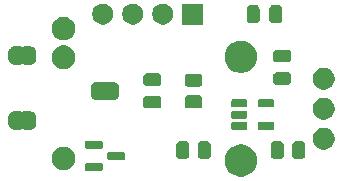
<source format=gbr>
%TF.GenerationSoftware,KiCad,Pcbnew,9.0.3*%
%TF.CreationDate,2025-07-12T05:08:50-07:00*%
%TF.ProjectId,biased-CV-input,62696173-6564-42d4-9356-2d696e707574,rev?*%
%TF.SameCoordinates,Original*%
%TF.FileFunction,Soldermask,Top*%
%TF.FilePolarity,Negative*%
%FSLAX46Y46*%
G04 Gerber Fmt 4.6, Leading zero omitted, Abs format (unit mm)*
G04 Created by KiCad (PCBNEW 9.0.3) date 2025-07-12 05:08:50*
%MOMM*%
%LPD*%
G01*
G04 APERTURE LIST*
G04 APERTURE END LIST*
G36*
X126322013Y-73060758D02*
G01*
X126526693Y-73127262D01*
X126718450Y-73224967D01*
X126892561Y-73351466D01*
X127044740Y-73503645D01*
X127171239Y-73677756D01*
X127268944Y-73869513D01*
X127335448Y-74074193D01*
X127369115Y-74286756D01*
X127369115Y-74501970D01*
X127335448Y-74714533D01*
X127268944Y-74919213D01*
X127171239Y-75110970D01*
X127044740Y-75285081D01*
X126892561Y-75437260D01*
X126718450Y-75563759D01*
X126526693Y-75661464D01*
X126322013Y-75727968D01*
X126109450Y-75761635D01*
X125894236Y-75761635D01*
X125681673Y-75727968D01*
X125476993Y-75661464D01*
X125285236Y-75563759D01*
X125111125Y-75437260D01*
X124958946Y-75285081D01*
X124832447Y-75110970D01*
X124734742Y-74919213D01*
X124668238Y-74714533D01*
X124634571Y-74501970D01*
X124634571Y-74286756D01*
X124668238Y-74074193D01*
X124734742Y-73869513D01*
X124832447Y-73677756D01*
X124958946Y-73503645D01*
X125111125Y-73351466D01*
X125285236Y-73224967D01*
X125476993Y-73127262D01*
X125681673Y-73060758D01*
X125894236Y-73027091D01*
X126109450Y-73027091D01*
X126322013Y-73060758D01*
G37*
G36*
X114221944Y-74626311D02*
G01*
X114282936Y-74667064D01*
X114323689Y-74728056D01*
X114338000Y-74800000D01*
X114338000Y-75100000D01*
X114323689Y-75171944D01*
X114282936Y-75232936D01*
X114221944Y-75273689D01*
X114150000Y-75288000D01*
X112975000Y-75288000D01*
X112903056Y-75273689D01*
X112842064Y-75232936D01*
X112801311Y-75171944D01*
X112787000Y-75100000D01*
X112787000Y-74800000D01*
X112801311Y-74728056D01*
X112842064Y-74667064D01*
X112903056Y-74626311D01*
X112975000Y-74612000D01*
X114150000Y-74612000D01*
X114221944Y-74626311D01*
G37*
G36*
X111291214Y-73246997D02*
G01*
X111472905Y-73322257D01*
X111636423Y-73431516D01*
X111775484Y-73570577D01*
X111884743Y-73734095D01*
X111960003Y-73915786D01*
X111998369Y-74108669D01*
X111998369Y-74305331D01*
X111960003Y-74498214D01*
X111884743Y-74679905D01*
X111775484Y-74843423D01*
X111636423Y-74982484D01*
X111472905Y-75091743D01*
X111291214Y-75167003D01*
X111098331Y-75205369D01*
X110901669Y-75205369D01*
X110708786Y-75167003D01*
X110527095Y-75091743D01*
X110363577Y-74982484D01*
X110224516Y-74843423D01*
X110115257Y-74679905D01*
X110039997Y-74498214D01*
X110001631Y-74305331D01*
X110001631Y-74108669D01*
X110039997Y-73915786D01*
X110115257Y-73734095D01*
X110224516Y-73570577D01*
X110363577Y-73431516D01*
X110527095Y-73322257D01*
X110708786Y-73246997D01*
X110901669Y-73208631D01*
X111098331Y-73208631D01*
X111291214Y-73246997D01*
G37*
G36*
X116096944Y-73676311D02*
G01*
X116157936Y-73717064D01*
X116198689Y-73778056D01*
X116213000Y-73850000D01*
X116213000Y-74150000D01*
X116198689Y-74221944D01*
X116157936Y-74282936D01*
X116096944Y-74323689D01*
X116025000Y-74338000D01*
X114850000Y-74338000D01*
X114778056Y-74323689D01*
X114717064Y-74282936D01*
X114676311Y-74221944D01*
X114662000Y-74150000D01*
X114662000Y-73850000D01*
X114676311Y-73778056D01*
X114717064Y-73717064D01*
X114778056Y-73676311D01*
X114850000Y-73662000D01*
X116025000Y-73662000D01*
X116096944Y-73676311D01*
G37*
G36*
X121415938Y-72769650D02*
G01*
X121424871Y-72773594D01*
X121431300Y-72774531D01*
X121471498Y-72794182D01*
X121512759Y-72812401D01*
X121516578Y-72816220D01*
X121516829Y-72816343D01*
X121583656Y-72883170D01*
X121583778Y-72883420D01*
X121587599Y-72887241D01*
X121605822Y-72928512D01*
X121625468Y-72968699D01*
X121626404Y-72975126D01*
X121630350Y-72984062D01*
X121638000Y-73050000D01*
X121638000Y-73950000D01*
X121630350Y-74015938D01*
X121626404Y-74024874D01*
X121625468Y-74031300D01*
X121605826Y-74071477D01*
X121587599Y-74112759D01*
X121583777Y-74116580D01*
X121583656Y-74116829D01*
X121516829Y-74183656D01*
X121516580Y-74183777D01*
X121512759Y-74187599D01*
X121471477Y-74205826D01*
X121431300Y-74225468D01*
X121424874Y-74226404D01*
X121415938Y-74230350D01*
X121350000Y-74238000D01*
X120825000Y-74238000D01*
X120759062Y-74230350D01*
X120750126Y-74226404D01*
X120743699Y-74225468D01*
X120703512Y-74205822D01*
X120662241Y-74187599D01*
X120658420Y-74183778D01*
X120658170Y-74183656D01*
X120591343Y-74116829D01*
X120591220Y-74116578D01*
X120587401Y-74112759D01*
X120569182Y-74071498D01*
X120549531Y-74031300D01*
X120548594Y-74024871D01*
X120544650Y-74015938D01*
X120537000Y-73950000D01*
X120537000Y-73050000D01*
X120544650Y-72984062D01*
X120548594Y-72975129D01*
X120549531Y-72968699D01*
X120569186Y-72928491D01*
X120587401Y-72887241D01*
X120591219Y-72883422D01*
X120591343Y-72883170D01*
X120658170Y-72816343D01*
X120658422Y-72816219D01*
X120662241Y-72812401D01*
X120703491Y-72794186D01*
X120743699Y-72774531D01*
X120750129Y-72773594D01*
X120759062Y-72769650D01*
X120825000Y-72762000D01*
X121350000Y-72762000D01*
X121415938Y-72769650D01*
G37*
G36*
X123240938Y-72769650D02*
G01*
X123249871Y-72773594D01*
X123256300Y-72774531D01*
X123296498Y-72794182D01*
X123337759Y-72812401D01*
X123341578Y-72816220D01*
X123341829Y-72816343D01*
X123408656Y-72883170D01*
X123408778Y-72883420D01*
X123412599Y-72887241D01*
X123430822Y-72928512D01*
X123450468Y-72968699D01*
X123451404Y-72975126D01*
X123455350Y-72984062D01*
X123463000Y-73050000D01*
X123463000Y-73950000D01*
X123455350Y-74015938D01*
X123451404Y-74024874D01*
X123450468Y-74031300D01*
X123430826Y-74071477D01*
X123412599Y-74112759D01*
X123408777Y-74116580D01*
X123408656Y-74116829D01*
X123341829Y-74183656D01*
X123341580Y-74183777D01*
X123337759Y-74187599D01*
X123296477Y-74205826D01*
X123256300Y-74225468D01*
X123249874Y-74226404D01*
X123240938Y-74230350D01*
X123175000Y-74238000D01*
X122650000Y-74238000D01*
X122584062Y-74230350D01*
X122575126Y-74226404D01*
X122568699Y-74225468D01*
X122528512Y-74205822D01*
X122487241Y-74187599D01*
X122483420Y-74183778D01*
X122483170Y-74183656D01*
X122416343Y-74116829D01*
X122416220Y-74116578D01*
X122412401Y-74112759D01*
X122394182Y-74071498D01*
X122374531Y-74031300D01*
X122373594Y-74024871D01*
X122369650Y-74015938D01*
X122362000Y-73950000D01*
X122362000Y-73050000D01*
X122369650Y-72984062D01*
X122373594Y-72975129D01*
X122374531Y-72968699D01*
X122394186Y-72928491D01*
X122412401Y-72887241D01*
X122416219Y-72883422D01*
X122416343Y-72883170D01*
X122483170Y-72816343D01*
X122483422Y-72816219D01*
X122487241Y-72812401D01*
X122528491Y-72794186D01*
X122568699Y-72774531D01*
X122575129Y-72773594D01*
X122584062Y-72769650D01*
X122650000Y-72762000D01*
X123175000Y-72762000D01*
X123240938Y-72769650D01*
G37*
G36*
X129415938Y-72769650D02*
G01*
X129424871Y-72773594D01*
X129431300Y-72774531D01*
X129471498Y-72794182D01*
X129512759Y-72812401D01*
X129516578Y-72816220D01*
X129516829Y-72816343D01*
X129583656Y-72883170D01*
X129583778Y-72883420D01*
X129587599Y-72887241D01*
X129605822Y-72928512D01*
X129625468Y-72968699D01*
X129626404Y-72975126D01*
X129630350Y-72984062D01*
X129638000Y-73050000D01*
X129638000Y-73950000D01*
X129630350Y-74015938D01*
X129626404Y-74024874D01*
X129625468Y-74031300D01*
X129605826Y-74071477D01*
X129587599Y-74112759D01*
X129583777Y-74116580D01*
X129583656Y-74116829D01*
X129516829Y-74183656D01*
X129516580Y-74183777D01*
X129512759Y-74187599D01*
X129471477Y-74205826D01*
X129431300Y-74225468D01*
X129424874Y-74226404D01*
X129415938Y-74230350D01*
X129350000Y-74238000D01*
X128825000Y-74238000D01*
X128759062Y-74230350D01*
X128750126Y-74226404D01*
X128743699Y-74225468D01*
X128703512Y-74205822D01*
X128662241Y-74187599D01*
X128658420Y-74183778D01*
X128658170Y-74183656D01*
X128591343Y-74116829D01*
X128591220Y-74116578D01*
X128587401Y-74112759D01*
X128569182Y-74071498D01*
X128549531Y-74031300D01*
X128548594Y-74024871D01*
X128544650Y-74015938D01*
X128537000Y-73950000D01*
X128537000Y-73050000D01*
X128544650Y-72984062D01*
X128548594Y-72975129D01*
X128549531Y-72968699D01*
X128569186Y-72928491D01*
X128587401Y-72887241D01*
X128591219Y-72883422D01*
X128591343Y-72883170D01*
X128658170Y-72816343D01*
X128658422Y-72816219D01*
X128662241Y-72812401D01*
X128703491Y-72794186D01*
X128743699Y-72774531D01*
X128750129Y-72773594D01*
X128759062Y-72769650D01*
X128825000Y-72762000D01*
X129350000Y-72762000D01*
X129415938Y-72769650D01*
G37*
G36*
X131240938Y-72769650D02*
G01*
X131249871Y-72773594D01*
X131256300Y-72774531D01*
X131296498Y-72794182D01*
X131337759Y-72812401D01*
X131341578Y-72816220D01*
X131341829Y-72816343D01*
X131408656Y-72883170D01*
X131408778Y-72883420D01*
X131412599Y-72887241D01*
X131430822Y-72928512D01*
X131450468Y-72968699D01*
X131451404Y-72975126D01*
X131455350Y-72984062D01*
X131463000Y-73050000D01*
X131463000Y-73950000D01*
X131455350Y-74015938D01*
X131451404Y-74024874D01*
X131450468Y-74031300D01*
X131430826Y-74071477D01*
X131412599Y-74112759D01*
X131408777Y-74116580D01*
X131408656Y-74116829D01*
X131341829Y-74183656D01*
X131341580Y-74183777D01*
X131337759Y-74187599D01*
X131296477Y-74205826D01*
X131256300Y-74225468D01*
X131249874Y-74226404D01*
X131240938Y-74230350D01*
X131175000Y-74238000D01*
X130650000Y-74238000D01*
X130584062Y-74230350D01*
X130575126Y-74226404D01*
X130568699Y-74225468D01*
X130528512Y-74205822D01*
X130487241Y-74187599D01*
X130483420Y-74183778D01*
X130483170Y-74183656D01*
X130416343Y-74116829D01*
X130416220Y-74116578D01*
X130412401Y-74112759D01*
X130394182Y-74071498D01*
X130374531Y-74031300D01*
X130373594Y-74024871D01*
X130369650Y-74015938D01*
X130362000Y-73950000D01*
X130362000Y-73050000D01*
X130369650Y-72984062D01*
X130373594Y-72975129D01*
X130374531Y-72968699D01*
X130394186Y-72928491D01*
X130412401Y-72887241D01*
X130416219Y-72883422D01*
X130416343Y-72883170D01*
X130483170Y-72816343D01*
X130483422Y-72816219D01*
X130487241Y-72812401D01*
X130528491Y-72794186D01*
X130568699Y-72774531D01*
X130575129Y-72773594D01*
X130584062Y-72769650D01*
X130650000Y-72762000D01*
X131175000Y-72762000D01*
X131240938Y-72769650D01*
G37*
G36*
X133285024Y-71640926D02*
G01*
X133455215Y-71711422D01*
X133608382Y-71813765D01*
X133738641Y-71944024D01*
X133840984Y-72097191D01*
X133911480Y-72267382D01*
X133947418Y-72448056D01*
X133947418Y-72632270D01*
X133911480Y-72812944D01*
X133840984Y-72983135D01*
X133738641Y-73136302D01*
X133608382Y-73266561D01*
X133455215Y-73368904D01*
X133285024Y-73439400D01*
X133104350Y-73475338D01*
X132920136Y-73475338D01*
X132739462Y-73439400D01*
X132569271Y-73368904D01*
X132416104Y-73266561D01*
X132285845Y-73136302D01*
X132183502Y-72983135D01*
X132113006Y-72812944D01*
X132077068Y-72632270D01*
X132077068Y-72448056D01*
X132113006Y-72267382D01*
X132183502Y-72097191D01*
X132285845Y-71944024D01*
X132416104Y-71813765D01*
X132569271Y-71711422D01*
X132739462Y-71640926D01*
X132920136Y-71604988D01*
X133104350Y-71604988D01*
X133285024Y-71640926D01*
G37*
G36*
X114221944Y-72726311D02*
G01*
X114282936Y-72767064D01*
X114323689Y-72828056D01*
X114338000Y-72900000D01*
X114338000Y-73200000D01*
X114323689Y-73271944D01*
X114282936Y-73332936D01*
X114221944Y-73373689D01*
X114150000Y-73388000D01*
X112975000Y-73388000D01*
X112903056Y-73373689D01*
X112842064Y-73332936D01*
X112801311Y-73271944D01*
X112787000Y-73200000D01*
X112787000Y-72900000D01*
X112801311Y-72828056D01*
X112842064Y-72767064D01*
X112903056Y-72726311D01*
X112975000Y-72712000D01*
X114150000Y-72712000D01*
X114221944Y-72726311D01*
G37*
G36*
X107380406Y-70219594D02*
G01*
X107387347Y-70236353D01*
X107414131Y-70250000D01*
X107575013Y-70250000D01*
X107594595Y-70243637D01*
X107616110Y-70228004D01*
X107619594Y-70219594D01*
X107638415Y-70211798D01*
X107642206Y-70209044D01*
X107646834Y-70208311D01*
X107650000Y-70207000D01*
X108150000Y-70207000D01*
X108160328Y-70211278D01*
X108211002Y-70211278D01*
X108215263Y-70211278D01*
X108226392Y-70212743D01*
X108230508Y-70213845D01*
X108230509Y-70213846D01*
X108348356Y-70245422D01*
X108348358Y-70245423D01*
X108352471Y-70246525D01*
X108362842Y-70250821D01*
X108475881Y-70316084D01*
X108484787Y-70322917D01*
X108577083Y-70415213D01*
X108583916Y-70424119D01*
X108649179Y-70537158D01*
X108653475Y-70547529D01*
X108687257Y-70673608D01*
X108688722Y-70684737D01*
X108688722Y-70688997D01*
X108688722Y-70725544D01*
X108689123Y-70730636D01*
X108691688Y-70746832D01*
X108693000Y-70750000D01*
X108693000Y-71250000D01*
X108688722Y-71260328D01*
X108688722Y-71315263D01*
X108687257Y-71326392D01*
X108653475Y-71452471D01*
X108649179Y-71462842D01*
X108583916Y-71575881D01*
X108577083Y-71584787D01*
X108484787Y-71677083D01*
X108475881Y-71683916D01*
X108362842Y-71749179D01*
X108352471Y-71753475D01*
X108226392Y-71787257D01*
X108215263Y-71788722D01*
X108211002Y-71788722D01*
X108174456Y-71788722D01*
X108169364Y-71789123D01*
X108153167Y-71791688D01*
X108150000Y-71793000D01*
X108144883Y-71793000D01*
X107660296Y-71793000D01*
X107650000Y-71793000D01*
X107619594Y-71780406D01*
X107612652Y-71763646D01*
X107585869Y-71750000D01*
X107424987Y-71750000D01*
X107405405Y-71756363D01*
X107383889Y-71771994D01*
X107380406Y-71780406D01*
X107361579Y-71788203D01*
X107357793Y-71790955D01*
X107353168Y-71791687D01*
X107350000Y-71793000D01*
X107344883Y-71793000D01*
X106860295Y-71793000D01*
X106850000Y-71793000D01*
X106839672Y-71788722D01*
X106788998Y-71788722D01*
X106784737Y-71788722D01*
X106773608Y-71787257D01*
X106647529Y-71753475D01*
X106637158Y-71749179D01*
X106524119Y-71683916D01*
X106515213Y-71677083D01*
X106422917Y-71584787D01*
X106416084Y-71575881D01*
X106350821Y-71462842D01*
X106346525Y-71452471D01*
X106312743Y-71326392D01*
X106311278Y-71315263D01*
X106311278Y-71274455D01*
X106310877Y-71269363D01*
X106308312Y-71253168D01*
X106307000Y-71250000D01*
X106307000Y-70750000D01*
X106311278Y-70739671D01*
X106311278Y-70684737D01*
X106312743Y-70673608D01*
X106313846Y-70669490D01*
X106345422Y-70551643D01*
X106345423Y-70551638D01*
X106346525Y-70547529D01*
X106350821Y-70537158D01*
X106405105Y-70443135D01*
X106413953Y-70427809D01*
X106413955Y-70427805D01*
X106416084Y-70424119D01*
X106422917Y-70415213D01*
X106425928Y-70412201D01*
X106425932Y-70412197D01*
X106512197Y-70325932D01*
X106512201Y-70325928D01*
X106515213Y-70322917D01*
X106524119Y-70316084D01*
X106527805Y-70313955D01*
X106527809Y-70313953D01*
X106633470Y-70252950D01*
X106633471Y-70252949D01*
X106637158Y-70250821D01*
X106647529Y-70246525D01*
X106651638Y-70245423D01*
X106651643Y-70245422D01*
X106769490Y-70213846D01*
X106769492Y-70213845D01*
X106773608Y-70212743D01*
X106784737Y-70211278D01*
X106825544Y-70211278D01*
X106830636Y-70210877D01*
X106846832Y-70208311D01*
X106850000Y-70207000D01*
X107350000Y-70207000D01*
X107380406Y-70219594D01*
G37*
G36*
X126446944Y-71126311D02*
G01*
X126507936Y-71167064D01*
X126548689Y-71228056D01*
X126563000Y-71300000D01*
X126563000Y-71600000D01*
X126548689Y-71671944D01*
X126507936Y-71732936D01*
X126446944Y-71773689D01*
X126375000Y-71788000D01*
X125350000Y-71788000D01*
X125278056Y-71773689D01*
X125217064Y-71732936D01*
X125176311Y-71671944D01*
X125162000Y-71600000D01*
X125162000Y-71300000D01*
X125176311Y-71228056D01*
X125217064Y-71167064D01*
X125278056Y-71126311D01*
X125350000Y-71112000D01*
X126375000Y-71112000D01*
X126446944Y-71126311D01*
G37*
G36*
X128721944Y-71126311D02*
G01*
X128782936Y-71167064D01*
X128823689Y-71228056D01*
X128838000Y-71300000D01*
X128838000Y-71600000D01*
X128823689Y-71671944D01*
X128782936Y-71732936D01*
X128721944Y-71773689D01*
X128650000Y-71788000D01*
X127625000Y-71788000D01*
X127553056Y-71773689D01*
X127492064Y-71732936D01*
X127451311Y-71671944D01*
X127437000Y-71600000D01*
X127437000Y-71300000D01*
X127451311Y-71228056D01*
X127492064Y-71167064D01*
X127553056Y-71126311D01*
X127625000Y-71112000D01*
X128650000Y-71112000D01*
X128721944Y-71126311D01*
G37*
G36*
X133285024Y-69100926D02*
G01*
X133455215Y-69171422D01*
X133608382Y-69273765D01*
X133738641Y-69404024D01*
X133840984Y-69557191D01*
X133911480Y-69727382D01*
X133947418Y-69908056D01*
X133947418Y-70092270D01*
X133911480Y-70272944D01*
X133840984Y-70443135D01*
X133738641Y-70596302D01*
X133608382Y-70726561D01*
X133455215Y-70828904D01*
X133285024Y-70899400D01*
X133104350Y-70935338D01*
X132920136Y-70935338D01*
X132739462Y-70899400D01*
X132569271Y-70828904D01*
X132416104Y-70726561D01*
X132285845Y-70596302D01*
X132183502Y-70443135D01*
X132113006Y-70272944D01*
X132077068Y-70092270D01*
X132077068Y-69908056D01*
X132113006Y-69727382D01*
X132183502Y-69557191D01*
X132285845Y-69404024D01*
X132416104Y-69273765D01*
X132569271Y-69171422D01*
X132739462Y-69100926D01*
X132920136Y-69064988D01*
X133104350Y-69064988D01*
X133285024Y-69100926D01*
G37*
G36*
X126446944Y-70176311D02*
G01*
X126507936Y-70217064D01*
X126548689Y-70278056D01*
X126563000Y-70350000D01*
X126563000Y-70650000D01*
X126548689Y-70721944D01*
X126507936Y-70782936D01*
X126446944Y-70823689D01*
X126375000Y-70838000D01*
X125350000Y-70838000D01*
X125278056Y-70823689D01*
X125217064Y-70782936D01*
X125176311Y-70721944D01*
X125162000Y-70650000D01*
X125162000Y-70350000D01*
X125176311Y-70278056D01*
X125217064Y-70217064D01*
X125278056Y-70176311D01*
X125350000Y-70162000D01*
X126375000Y-70162000D01*
X126446944Y-70176311D01*
G37*
G36*
X119040938Y-68919650D02*
G01*
X119049871Y-68923594D01*
X119056300Y-68924531D01*
X119096498Y-68944182D01*
X119137759Y-68962401D01*
X119141578Y-68966220D01*
X119141829Y-68966343D01*
X119208656Y-69033170D01*
X119208778Y-69033420D01*
X119212599Y-69037241D01*
X119230822Y-69078512D01*
X119250468Y-69118699D01*
X119251404Y-69125126D01*
X119255350Y-69134062D01*
X119263000Y-69200000D01*
X119263000Y-69700000D01*
X119255350Y-69765938D01*
X119251404Y-69774874D01*
X119250468Y-69781300D01*
X119230826Y-69821477D01*
X119212599Y-69862759D01*
X119208777Y-69866580D01*
X119208656Y-69866829D01*
X119141829Y-69933656D01*
X119141580Y-69933777D01*
X119137759Y-69937599D01*
X119096477Y-69955826D01*
X119056300Y-69975468D01*
X119049874Y-69976404D01*
X119040938Y-69980350D01*
X118975000Y-69988000D01*
X118025000Y-69988000D01*
X117959062Y-69980350D01*
X117950126Y-69976404D01*
X117943699Y-69975468D01*
X117903512Y-69955822D01*
X117862241Y-69937599D01*
X117858420Y-69933778D01*
X117858170Y-69933656D01*
X117791343Y-69866829D01*
X117791220Y-69866578D01*
X117787401Y-69862759D01*
X117769182Y-69821498D01*
X117749531Y-69781300D01*
X117748594Y-69774871D01*
X117744650Y-69765938D01*
X117737000Y-69700000D01*
X117737000Y-69200000D01*
X117744650Y-69134062D01*
X117748594Y-69125129D01*
X117749531Y-69118699D01*
X117769186Y-69078491D01*
X117787401Y-69037241D01*
X117791219Y-69033422D01*
X117791343Y-69033170D01*
X117858170Y-68966343D01*
X117858422Y-68966219D01*
X117862241Y-68962401D01*
X117903491Y-68944186D01*
X117943699Y-68924531D01*
X117950129Y-68923594D01*
X117959062Y-68919650D01*
X118025000Y-68912000D01*
X118975000Y-68912000D01*
X119040938Y-68919650D01*
G37*
G36*
X122515938Y-68869650D02*
G01*
X122524871Y-68873594D01*
X122531300Y-68874531D01*
X122571498Y-68894182D01*
X122612759Y-68912401D01*
X122616578Y-68916220D01*
X122616829Y-68916343D01*
X122683656Y-68983170D01*
X122683778Y-68983420D01*
X122687599Y-68987241D01*
X122705822Y-69028512D01*
X122725468Y-69068699D01*
X122726404Y-69075126D01*
X122730350Y-69084062D01*
X122738000Y-69150000D01*
X122738000Y-69675000D01*
X122730350Y-69740938D01*
X122726404Y-69749874D01*
X122725468Y-69756300D01*
X122705826Y-69796477D01*
X122687599Y-69837759D01*
X122683777Y-69841580D01*
X122683656Y-69841829D01*
X122616829Y-69908656D01*
X122616580Y-69908777D01*
X122612759Y-69912599D01*
X122571477Y-69930826D01*
X122531300Y-69950468D01*
X122524874Y-69951404D01*
X122515938Y-69955350D01*
X122450000Y-69963000D01*
X121550000Y-69963000D01*
X121484062Y-69955350D01*
X121475126Y-69951404D01*
X121468699Y-69950468D01*
X121428512Y-69930822D01*
X121387241Y-69912599D01*
X121383420Y-69908778D01*
X121383170Y-69908656D01*
X121316343Y-69841829D01*
X121316220Y-69841578D01*
X121312401Y-69837759D01*
X121294182Y-69796498D01*
X121274531Y-69756300D01*
X121273594Y-69749871D01*
X121269650Y-69740938D01*
X121262000Y-69675000D01*
X121262000Y-69150000D01*
X121269650Y-69084062D01*
X121273594Y-69075129D01*
X121274531Y-69068699D01*
X121294186Y-69028491D01*
X121312401Y-68987241D01*
X121316219Y-68983422D01*
X121316343Y-68983170D01*
X121383170Y-68916343D01*
X121383422Y-68916219D01*
X121387241Y-68912401D01*
X121428491Y-68894186D01*
X121468699Y-68874531D01*
X121475129Y-68873594D01*
X121484062Y-68869650D01*
X121550000Y-68862000D01*
X122450000Y-68862000D01*
X122515938Y-68869650D01*
G37*
G36*
X126446944Y-69226311D02*
G01*
X126507936Y-69267064D01*
X126548689Y-69328056D01*
X126563000Y-69400000D01*
X126563000Y-69700000D01*
X126548689Y-69771944D01*
X126507936Y-69832936D01*
X126446944Y-69873689D01*
X126375000Y-69888000D01*
X125350000Y-69888000D01*
X125278056Y-69873689D01*
X125217064Y-69832936D01*
X125176311Y-69771944D01*
X125162000Y-69700000D01*
X125162000Y-69400000D01*
X125176311Y-69328056D01*
X125217064Y-69267064D01*
X125278056Y-69226311D01*
X125350000Y-69212000D01*
X126375000Y-69212000D01*
X126446944Y-69226311D01*
G37*
G36*
X128721944Y-69226311D02*
G01*
X128782936Y-69267064D01*
X128823689Y-69328056D01*
X128838000Y-69400000D01*
X128838000Y-69700000D01*
X128823689Y-69771944D01*
X128782936Y-69832936D01*
X128721944Y-69873689D01*
X128650000Y-69888000D01*
X127625000Y-69888000D01*
X127553056Y-69873689D01*
X127492064Y-69832936D01*
X127451311Y-69771944D01*
X127437000Y-69700000D01*
X127437000Y-69400000D01*
X127451311Y-69328056D01*
X127492064Y-69267064D01*
X127553056Y-69226311D01*
X127625000Y-69212000D01*
X128650000Y-69212000D01*
X128721944Y-69226311D01*
G37*
G36*
X114380406Y-67719594D02*
G01*
X114387347Y-67736353D01*
X114414131Y-67750000D01*
X114575013Y-67750000D01*
X114594595Y-67743637D01*
X114616110Y-67728004D01*
X114619594Y-67719594D01*
X114638415Y-67711798D01*
X114642206Y-67709044D01*
X114646834Y-67708311D01*
X114650000Y-67707000D01*
X115150000Y-67707000D01*
X115160328Y-67711278D01*
X115211002Y-67711278D01*
X115215263Y-67711278D01*
X115226392Y-67712743D01*
X115230508Y-67713845D01*
X115230509Y-67713846D01*
X115348356Y-67745422D01*
X115348358Y-67745423D01*
X115352471Y-67746525D01*
X115362842Y-67750821D01*
X115475881Y-67816084D01*
X115484787Y-67822917D01*
X115577083Y-67915213D01*
X115583916Y-67924119D01*
X115649179Y-68037158D01*
X115653475Y-68047529D01*
X115687257Y-68173608D01*
X115688722Y-68184737D01*
X115688722Y-68188997D01*
X115688722Y-68225544D01*
X115689123Y-68230636D01*
X115691688Y-68246832D01*
X115693000Y-68250000D01*
X115693000Y-68750000D01*
X115688722Y-68760328D01*
X115688722Y-68815263D01*
X115687257Y-68826392D01*
X115653475Y-68952471D01*
X115649179Y-68962842D01*
X115583916Y-69075881D01*
X115577083Y-69084787D01*
X115484787Y-69177083D01*
X115475881Y-69183916D01*
X115362842Y-69249179D01*
X115352471Y-69253475D01*
X115226392Y-69287257D01*
X115215263Y-69288722D01*
X115211002Y-69288722D01*
X115174456Y-69288722D01*
X115169364Y-69289123D01*
X115153167Y-69291688D01*
X115150000Y-69293000D01*
X115144883Y-69293000D01*
X114660296Y-69293000D01*
X114650000Y-69293000D01*
X114619594Y-69280406D01*
X114612652Y-69263646D01*
X114585869Y-69250000D01*
X114424987Y-69250000D01*
X114405405Y-69256363D01*
X114383889Y-69271994D01*
X114380406Y-69280406D01*
X114361579Y-69288203D01*
X114357793Y-69290955D01*
X114353168Y-69291687D01*
X114350000Y-69293000D01*
X114344883Y-69293000D01*
X113860295Y-69293000D01*
X113850000Y-69293000D01*
X113839672Y-69288722D01*
X113788998Y-69288722D01*
X113784737Y-69288722D01*
X113773608Y-69287257D01*
X113647529Y-69253475D01*
X113637158Y-69249179D01*
X113524119Y-69183916D01*
X113515213Y-69177083D01*
X113422917Y-69084787D01*
X113416084Y-69075881D01*
X113350821Y-68962842D01*
X113346525Y-68952471D01*
X113339038Y-68924531D01*
X113313846Y-68830509D01*
X113313845Y-68830508D01*
X113312743Y-68826392D01*
X113311278Y-68815263D01*
X113311278Y-68774455D01*
X113310877Y-68769363D01*
X113308312Y-68753168D01*
X113307000Y-68750000D01*
X113307000Y-68250000D01*
X113311278Y-68239671D01*
X113311278Y-68184737D01*
X113312743Y-68173608D01*
X113313846Y-68169490D01*
X113345422Y-68051643D01*
X113345423Y-68051638D01*
X113346525Y-68047529D01*
X113350821Y-68037158D01*
X113362558Y-68016829D01*
X113413953Y-67927809D01*
X113413955Y-67927805D01*
X113416084Y-67924119D01*
X113422917Y-67915213D01*
X113425928Y-67912201D01*
X113425932Y-67912197D01*
X113512197Y-67825932D01*
X113512201Y-67825928D01*
X113515213Y-67822917D01*
X113524119Y-67816084D01*
X113527805Y-67813955D01*
X113527809Y-67813953D01*
X113633470Y-67752950D01*
X113633471Y-67752949D01*
X113637158Y-67750821D01*
X113647529Y-67746525D01*
X113651638Y-67745423D01*
X113651643Y-67745422D01*
X113769490Y-67713846D01*
X113769492Y-67713845D01*
X113773608Y-67712743D01*
X113784737Y-67711278D01*
X113825544Y-67711278D01*
X113830636Y-67710877D01*
X113846832Y-67708311D01*
X113850000Y-67707000D01*
X114350000Y-67707000D01*
X114380406Y-67719594D01*
G37*
G36*
X133285024Y-66560926D02*
G01*
X133455215Y-66631422D01*
X133608382Y-66733765D01*
X133738641Y-66864024D01*
X133840984Y-67017191D01*
X133911480Y-67187382D01*
X133947418Y-67368056D01*
X133947418Y-67552270D01*
X133911480Y-67732944D01*
X133840984Y-67903135D01*
X133738641Y-68056302D01*
X133608382Y-68186561D01*
X133455215Y-68288904D01*
X133285024Y-68359400D01*
X133104350Y-68395338D01*
X132920136Y-68395338D01*
X132739462Y-68359400D01*
X132569271Y-68288904D01*
X132416104Y-68186561D01*
X132285845Y-68056302D01*
X132183502Y-67903135D01*
X132113006Y-67732944D01*
X132077068Y-67552270D01*
X132077068Y-67368056D01*
X132113006Y-67187382D01*
X132183502Y-67017191D01*
X132285845Y-66864024D01*
X132416104Y-66733765D01*
X132569271Y-66631422D01*
X132739462Y-66560926D01*
X132920136Y-66524988D01*
X133104350Y-66524988D01*
X133285024Y-66560926D01*
G37*
G36*
X122515938Y-67044650D02*
G01*
X122524871Y-67048594D01*
X122531300Y-67049531D01*
X122571498Y-67069182D01*
X122612759Y-67087401D01*
X122616578Y-67091220D01*
X122616829Y-67091343D01*
X122683656Y-67158170D01*
X122683778Y-67158420D01*
X122687599Y-67162241D01*
X122705822Y-67203512D01*
X122725468Y-67243699D01*
X122726404Y-67250126D01*
X122730350Y-67259062D01*
X122738000Y-67325000D01*
X122738000Y-67850000D01*
X122730350Y-67915938D01*
X122726404Y-67924874D01*
X122725468Y-67931300D01*
X122705826Y-67971477D01*
X122687599Y-68012759D01*
X122683777Y-68016580D01*
X122683656Y-68016829D01*
X122616829Y-68083656D01*
X122616580Y-68083777D01*
X122612759Y-68087599D01*
X122571477Y-68105826D01*
X122531300Y-68125468D01*
X122524874Y-68126404D01*
X122515938Y-68130350D01*
X122450000Y-68138000D01*
X121550000Y-68138000D01*
X121484062Y-68130350D01*
X121475126Y-68126404D01*
X121468699Y-68125468D01*
X121428512Y-68105822D01*
X121387241Y-68087599D01*
X121383420Y-68083778D01*
X121383170Y-68083656D01*
X121316343Y-68016829D01*
X121316220Y-68016578D01*
X121312401Y-68012759D01*
X121294182Y-67971498D01*
X121274531Y-67931300D01*
X121273594Y-67924871D01*
X121269650Y-67915938D01*
X121262000Y-67850000D01*
X121262000Y-67325000D01*
X121269650Y-67259062D01*
X121273594Y-67250129D01*
X121274531Y-67243699D01*
X121294186Y-67203491D01*
X121312401Y-67162241D01*
X121316219Y-67158422D01*
X121316343Y-67158170D01*
X121383170Y-67091343D01*
X121383422Y-67091219D01*
X121387241Y-67087401D01*
X121428491Y-67069186D01*
X121468699Y-67049531D01*
X121475129Y-67048594D01*
X121484062Y-67044650D01*
X121550000Y-67037000D01*
X122450000Y-67037000D01*
X122515938Y-67044650D01*
G37*
G36*
X119040938Y-67019650D02*
G01*
X119049871Y-67023594D01*
X119056300Y-67024531D01*
X119096498Y-67044182D01*
X119137759Y-67062401D01*
X119141578Y-67066220D01*
X119141829Y-67066343D01*
X119208656Y-67133170D01*
X119208778Y-67133420D01*
X119212599Y-67137241D01*
X119230822Y-67178512D01*
X119250468Y-67218699D01*
X119251404Y-67225126D01*
X119255350Y-67234062D01*
X119263000Y-67300000D01*
X119263000Y-67800000D01*
X119255350Y-67865938D01*
X119251404Y-67874874D01*
X119250468Y-67881300D01*
X119230826Y-67921477D01*
X119212599Y-67962759D01*
X119208777Y-67966580D01*
X119208656Y-67966829D01*
X119141829Y-68033656D01*
X119141580Y-68033777D01*
X119137759Y-68037599D01*
X119096477Y-68055826D01*
X119056300Y-68075468D01*
X119049874Y-68076404D01*
X119040938Y-68080350D01*
X118975000Y-68088000D01*
X118025000Y-68088000D01*
X117959062Y-68080350D01*
X117950126Y-68076404D01*
X117943699Y-68075468D01*
X117903512Y-68055822D01*
X117862241Y-68037599D01*
X117858420Y-68033778D01*
X117858170Y-68033656D01*
X117791343Y-67966829D01*
X117791220Y-67966578D01*
X117787401Y-67962759D01*
X117769182Y-67921498D01*
X117749531Y-67881300D01*
X117748594Y-67874871D01*
X117744650Y-67865938D01*
X117737000Y-67800000D01*
X117737000Y-67300000D01*
X117744650Y-67234062D01*
X117748594Y-67225129D01*
X117749531Y-67218699D01*
X117769186Y-67178491D01*
X117787401Y-67137241D01*
X117791219Y-67133422D01*
X117791343Y-67133170D01*
X117858170Y-67066343D01*
X117858422Y-67066219D01*
X117862241Y-67062401D01*
X117903491Y-67044186D01*
X117943699Y-67024531D01*
X117950129Y-67023594D01*
X117959062Y-67019650D01*
X118025000Y-67012000D01*
X118975000Y-67012000D01*
X119040938Y-67019650D01*
G37*
G36*
X130040938Y-66919650D02*
G01*
X130049871Y-66923594D01*
X130056300Y-66924531D01*
X130096498Y-66944182D01*
X130137759Y-66962401D01*
X130141578Y-66966220D01*
X130141829Y-66966343D01*
X130208656Y-67033170D01*
X130208778Y-67033420D01*
X130212599Y-67037241D01*
X130230822Y-67078512D01*
X130250468Y-67118699D01*
X130251404Y-67125126D01*
X130255350Y-67134062D01*
X130263000Y-67200000D01*
X130263000Y-67700000D01*
X130255350Y-67765938D01*
X130251404Y-67774874D01*
X130250468Y-67781300D01*
X130230826Y-67821477D01*
X130212599Y-67862759D01*
X130208777Y-67866580D01*
X130208656Y-67866829D01*
X130141829Y-67933656D01*
X130141580Y-67933777D01*
X130137759Y-67937599D01*
X130096477Y-67955826D01*
X130056300Y-67975468D01*
X130049874Y-67976404D01*
X130040938Y-67980350D01*
X129975000Y-67988000D01*
X129025000Y-67988000D01*
X128959062Y-67980350D01*
X128950126Y-67976404D01*
X128943699Y-67975468D01*
X128903512Y-67955822D01*
X128862241Y-67937599D01*
X128858420Y-67933778D01*
X128858170Y-67933656D01*
X128791343Y-67866829D01*
X128791220Y-67866578D01*
X128787401Y-67862759D01*
X128769182Y-67821498D01*
X128749531Y-67781300D01*
X128748594Y-67774871D01*
X128744650Y-67765938D01*
X128737000Y-67700000D01*
X128737000Y-67200000D01*
X128744650Y-67134062D01*
X128748594Y-67125129D01*
X128749531Y-67118699D01*
X128769186Y-67078491D01*
X128787401Y-67037241D01*
X128791219Y-67033422D01*
X128791343Y-67033170D01*
X128858170Y-66966343D01*
X128858422Y-66966219D01*
X128862241Y-66962401D01*
X128903491Y-66944186D01*
X128943699Y-66924531D01*
X128950129Y-66923594D01*
X128959062Y-66919650D01*
X129025000Y-66912000D01*
X129975000Y-66912000D01*
X130040938Y-66919650D01*
G37*
G36*
X126322013Y-64272358D02*
G01*
X126526693Y-64338862D01*
X126718450Y-64436567D01*
X126892561Y-64563066D01*
X127044740Y-64715245D01*
X127171239Y-64889356D01*
X127268944Y-65081113D01*
X127335448Y-65285793D01*
X127369115Y-65498356D01*
X127369115Y-65713570D01*
X127335448Y-65926133D01*
X127268944Y-66130813D01*
X127171239Y-66322570D01*
X127044740Y-66496681D01*
X126892561Y-66648860D01*
X126718450Y-66775359D01*
X126526693Y-66873064D01*
X126322013Y-66939568D01*
X126109450Y-66973235D01*
X125894236Y-66973235D01*
X125681673Y-66939568D01*
X125476993Y-66873064D01*
X125285236Y-66775359D01*
X125111125Y-66648860D01*
X124958946Y-66496681D01*
X124832447Y-66322570D01*
X124734742Y-66130813D01*
X124668238Y-65926133D01*
X124634571Y-65713570D01*
X124634571Y-65498356D01*
X124668238Y-65285793D01*
X124734742Y-65081113D01*
X124832447Y-64889356D01*
X124958946Y-64715245D01*
X125111125Y-64563066D01*
X125285236Y-64436567D01*
X125476993Y-64338862D01*
X125681673Y-64272358D01*
X125894236Y-64238691D01*
X126109450Y-64238691D01*
X126322013Y-64272358D01*
G37*
G36*
X111291214Y-64687197D02*
G01*
X111472905Y-64762457D01*
X111636423Y-64871716D01*
X111775484Y-65010777D01*
X111884743Y-65174295D01*
X111960003Y-65355986D01*
X111998369Y-65548869D01*
X111998369Y-65745531D01*
X111960003Y-65938414D01*
X111884743Y-66120105D01*
X111775484Y-66283623D01*
X111636423Y-66422684D01*
X111472905Y-66531943D01*
X111291214Y-66607203D01*
X111098331Y-66645569D01*
X110901669Y-66645569D01*
X110708786Y-66607203D01*
X110527095Y-66531943D01*
X110363577Y-66422684D01*
X110224516Y-66283623D01*
X110115257Y-66120105D01*
X110039997Y-65938414D01*
X110001631Y-65745531D01*
X110001631Y-65548869D01*
X110039997Y-65355986D01*
X110115257Y-65174295D01*
X110224516Y-65010777D01*
X110363577Y-64871716D01*
X110527095Y-64762457D01*
X110708786Y-64687197D01*
X110901669Y-64648831D01*
X111098331Y-64648831D01*
X111291214Y-64687197D01*
G37*
G36*
X107380406Y-64719594D02*
G01*
X107387347Y-64736353D01*
X107414131Y-64750000D01*
X107575013Y-64750000D01*
X107594595Y-64743637D01*
X107616110Y-64728004D01*
X107619594Y-64719594D01*
X107638415Y-64711798D01*
X107642206Y-64709044D01*
X107646834Y-64708311D01*
X107650000Y-64707000D01*
X108150000Y-64707000D01*
X108160328Y-64711278D01*
X108211002Y-64711278D01*
X108215263Y-64711278D01*
X108226392Y-64712743D01*
X108230508Y-64713845D01*
X108230509Y-64713846D01*
X108348356Y-64745422D01*
X108348358Y-64745423D01*
X108352471Y-64746525D01*
X108362842Y-64750821D01*
X108475881Y-64816084D01*
X108484787Y-64822917D01*
X108577083Y-64915213D01*
X108583916Y-64924119D01*
X108649179Y-65037158D01*
X108653475Y-65047529D01*
X108687257Y-65173608D01*
X108688722Y-65184737D01*
X108688722Y-65188997D01*
X108688722Y-65225544D01*
X108689123Y-65230636D01*
X108691688Y-65246832D01*
X108693000Y-65250000D01*
X108693000Y-65750000D01*
X108688722Y-65760328D01*
X108688722Y-65815263D01*
X108687257Y-65826392D01*
X108653475Y-65952471D01*
X108649179Y-65962842D01*
X108583916Y-66075881D01*
X108577083Y-66084787D01*
X108484787Y-66177083D01*
X108475881Y-66183916D01*
X108362842Y-66249179D01*
X108352471Y-66253475D01*
X108226392Y-66287257D01*
X108215263Y-66288722D01*
X108211002Y-66288722D01*
X108174456Y-66288722D01*
X108169364Y-66289123D01*
X108153167Y-66291688D01*
X108150000Y-66293000D01*
X108144883Y-66293000D01*
X107660296Y-66293000D01*
X107650000Y-66293000D01*
X107619594Y-66280406D01*
X107612652Y-66263646D01*
X107585869Y-66250000D01*
X107424987Y-66250000D01*
X107405405Y-66256363D01*
X107383889Y-66271994D01*
X107380406Y-66280406D01*
X107361579Y-66288203D01*
X107357793Y-66290955D01*
X107353168Y-66291687D01*
X107350000Y-66293000D01*
X107344883Y-66293000D01*
X106860295Y-66293000D01*
X106850000Y-66293000D01*
X106839672Y-66288722D01*
X106788998Y-66288722D01*
X106784737Y-66288722D01*
X106773608Y-66287257D01*
X106647529Y-66253475D01*
X106637158Y-66249179D01*
X106524119Y-66183916D01*
X106515213Y-66177083D01*
X106422917Y-66084787D01*
X106416084Y-66075881D01*
X106350821Y-65962842D01*
X106346525Y-65952471D01*
X106342758Y-65938414D01*
X106313846Y-65830509D01*
X106313845Y-65830508D01*
X106312743Y-65826392D01*
X106311278Y-65815263D01*
X106311278Y-65774455D01*
X106310877Y-65769363D01*
X106308312Y-65753168D01*
X106307000Y-65750000D01*
X106307000Y-65250000D01*
X106311278Y-65239671D01*
X106311278Y-65184737D01*
X106312743Y-65173608D01*
X106323578Y-65133170D01*
X106345422Y-65051643D01*
X106345423Y-65051638D01*
X106346525Y-65047529D01*
X106350821Y-65037158D01*
X106366052Y-65010777D01*
X106413953Y-64927809D01*
X106413955Y-64927805D01*
X106416084Y-64924119D01*
X106422917Y-64915213D01*
X106425928Y-64912201D01*
X106425932Y-64912197D01*
X106512197Y-64825932D01*
X106512201Y-64825928D01*
X106515213Y-64822917D01*
X106524119Y-64816084D01*
X106527805Y-64813955D01*
X106527809Y-64813953D01*
X106633470Y-64752950D01*
X106633471Y-64752949D01*
X106637158Y-64750821D01*
X106647529Y-64746525D01*
X106651638Y-64745423D01*
X106651643Y-64745422D01*
X106769490Y-64713846D01*
X106769492Y-64713845D01*
X106773608Y-64712743D01*
X106784737Y-64711278D01*
X106825544Y-64711278D01*
X106830636Y-64710877D01*
X106846832Y-64708311D01*
X106850000Y-64707000D01*
X107350000Y-64707000D01*
X107380406Y-64719594D01*
G37*
G36*
X130040938Y-65019650D02*
G01*
X130049871Y-65023594D01*
X130056300Y-65024531D01*
X130096498Y-65044182D01*
X130137759Y-65062401D01*
X130141578Y-65066220D01*
X130141829Y-65066343D01*
X130208656Y-65133170D01*
X130208778Y-65133420D01*
X130212599Y-65137241D01*
X130230822Y-65178512D01*
X130250468Y-65218699D01*
X130251404Y-65225126D01*
X130255350Y-65234062D01*
X130263000Y-65300000D01*
X130263000Y-65800000D01*
X130255350Y-65865938D01*
X130251404Y-65874874D01*
X130250468Y-65881300D01*
X130230826Y-65921477D01*
X130212599Y-65962759D01*
X130208777Y-65966580D01*
X130208656Y-65966829D01*
X130141829Y-66033656D01*
X130141580Y-66033777D01*
X130137759Y-66037599D01*
X130096477Y-66055826D01*
X130056300Y-66075468D01*
X130049874Y-66076404D01*
X130040938Y-66080350D01*
X129975000Y-66088000D01*
X129025000Y-66088000D01*
X128959062Y-66080350D01*
X128950126Y-66076404D01*
X128943699Y-66075468D01*
X128903512Y-66055822D01*
X128862241Y-66037599D01*
X128858420Y-66033778D01*
X128858170Y-66033656D01*
X128791343Y-65966829D01*
X128791220Y-65966578D01*
X128787401Y-65962759D01*
X128769182Y-65921498D01*
X128749531Y-65881300D01*
X128748594Y-65874871D01*
X128744650Y-65865938D01*
X128737000Y-65800000D01*
X128737000Y-65300000D01*
X128744650Y-65234062D01*
X128748594Y-65225129D01*
X128749531Y-65218699D01*
X128769186Y-65178491D01*
X128787401Y-65137241D01*
X128791219Y-65133422D01*
X128791343Y-65133170D01*
X128858170Y-65066343D01*
X128858422Y-65066219D01*
X128862241Y-65062401D01*
X128903491Y-65044186D01*
X128943699Y-65024531D01*
X128950129Y-65023594D01*
X128959062Y-65019650D01*
X129025000Y-65012000D01*
X129975000Y-65012000D01*
X130040938Y-65019650D01*
G37*
G36*
X111291214Y-62274197D02*
G01*
X111472905Y-62349457D01*
X111636423Y-62458716D01*
X111775484Y-62597777D01*
X111884743Y-62761295D01*
X111960003Y-62942986D01*
X111998369Y-63135869D01*
X111998369Y-63332531D01*
X111960003Y-63525414D01*
X111884743Y-63707105D01*
X111775484Y-63870623D01*
X111636423Y-64009684D01*
X111472905Y-64118943D01*
X111291214Y-64194203D01*
X111098331Y-64232569D01*
X110901669Y-64232569D01*
X110708786Y-64194203D01*
X110527095Y-64118943D01*
X110363577Y-64009684D01*
X110224516Y-63870623D01*
X110115257Y-63707105D01*
X110039997Y-63525414D01*
X110001631Y-63332531D01*
X110001631Y-63135869D01*
X110039997Y-62942986D01*
X110115257Y-62761295D01*
X110224516Y-62597777D01*
X110363577Y-62458716D01*
X110527095Y-62349457D01*
X110708786Y-62274197D01*
X110901669Y-62235831D01*
X111098331Y-62235831D01*
X111291214Y-62274197D01*
G37*
G36*
X122784542Y-61114893D02*
G01*
X122796870Y-61123130D01*
X122805107Y-61135458D01*
X122808000Y-61150000D01*
X122808000Y-62850000D01*
X122805107Y-62864542D01*
X122796870Y-62876870D01*
X122784542Y-62885107D01*
X122770000Y-62888000D01*
X121070000Y-62888000D01*
X121055458Y-62885107D01*
X121043130Y-62876870D01*
X121034893Y-62864542D01*
X121032000Y-62850000D01*
X121032000Y-61150000D01*
X121034893Y-61135458D01*
X121043130Y-61123130D01*
X121055458Y-61114893D01*
X121070000Y-61112000D01*
X122770000Y-61112000D01*
X122784542Y-61114893D01*
G37*
G36*
X114557773Y-61150237D02*
G01*
X114718600Y-61216854D01*
X114863341Y-61313567D01*
X114986433Y-61436659D01*
X115083146Y-61581400D01*
X115149763Y-61742227D01*
X115183724Y-61912961D01*
X115183724Y-62087039D01*
X115149763Y-62257773D01*
X115083146Y-62418600D01*
X114986433Y-62563341D01*
X114863341Y-62686433D01*
X114718600Y-62783146D01*
X114557773Y-62849763D01*
X114387039Y-62883724D01*
X114212961Y-62883724D01*
X114042227Y-62849763D01*
X113881400Y-62783146D01*
X113736659Y-62686433D01*
X113613567Y-62563341D01*
X113516854Y-62418600D01*
X113450237Y-62257773D01*
X113416276Y-62087039D01*
X113416276Y-61912961D01*
X113450237Y-61742227D01*
X113516854Y-61581400D01*
X113613567Y-61436659D01*
X113736659Y-61313567D01*
X113881400Y-61216854D01*
X114042227Y-61150237D01*
X114212961Y-61116276D01*
X114387039Y-61116276D01*
X114557773Y-61150237D01*
G37*
G36*
X117097773Y-61150237D02*
G01*
X117258600Y-61216854D01*
X117403341Y-61313567D01*
X117526433Y-61436659D01*
X117623146Y-61581400D01*
X117689763Y-61742227D01*
X117723724Y-61912961D01*
X117723724Y-62087039D01*
X117689763Y-62257773D01*
X117623146Y-62418600D01*
X117526433Y-62563341D01*
X117403341Y-62686433D01*
X117258600Y-62783146D01*
X117097773Y-62849763D01*
X116927039Y-62883724D01*
X116752961Y-62883724D01*
X116582227Y-62849763D01*
X116421400Y-62783146D01*
X116276659Y-62686433D01*
X116153567Y-62563341D01*
X116056854Y-62418600D01*
X115990237Y-62257773D01*
X115956276Y-62087039D01*
X115956276Y-61912961D01*
X115990237Y-61742227D01*
X116056854Y-61581400D01*
X116153567Y-61436659D01*
X116276659Y-61313567D01*
X116421400Y-61216854D01*
X116582227Y-61150237D01*
X116752961Y-61116276D01*
X116927039Y-61116276D01*
X117097773Y-61150237D01*
G37*
G36*
X119637773Y-61150237D02*
G01*
X119798600Y-61216854D01*
X119943341Y-61313567D01*
X120066433Y-61436659D01*
X120163146Y-61581400D01*
X120229763Y-61742227D01*
X120263724Y-61912961D01*
X120263724Y-62087039D01*
X120229763Y-62257773D01*
X120163146Y-62418600D01*
X120066433Y-62563341D01*
X119943341Y-62686433D01*
X119798600Y-62783146D01*
X119637773Y-62849763D01*
X119467039Y-62883724D01*
X119292961Y-62883724D01*
X119122227Y-62849763D01*
X118961400Y-62783146D01*
X118816659Y-62686433D01*
X118693567Y-62563341D01*
X118596854Y-62418600D01*
X118530237Y-62257773D01*
X118496276Y-62087039D01*
X118496276Y-61912961D01*
X118530237Y-61742227D01*
X118596854Y-61581400D01*
X118693567Y-61436659D01*
X118816659Y-61313567D01*
X118961400Y-61216854D01*
X119122227Y-61150237D01*
X119292961Y-61116276D01*
X119467039Y-61116276D01*
X119637773Y-61150237D01*
G37*
G36*
X127365938Y-61244650D02*
G01*
X127374871Y-61248594D01*
X127381300Y-61249531D01*
X127421498Y-61269182D01*
X127462759Y-61287401D01*
X127466578Y-61291220D01*
X127466829Y-61291343D01*
X127533656Y-61358170D01*
X127533778Y-61358420D01*
X127537599Y-61362241D01*
X127555822Y-61403512D01*
X127575468Y-61443699D01*
X127576404Y-61450126D01*
X127580350Y-61459062D01*
X127588000Y-61525000D01*
X127588000Y-62475000D01*
X127580350Y-62540938D01*
X127576404Y-62549874D01*
X127575468Y-62556300D01*
X127555826Y-62596477D01*
X127537599Y-62637759D01*
X127533777Y-62641580D01*
X127533656Y-62641829D01*
X127466829Y-62708656D01*
X127466580Y-62708777D01*
X127462759Y-62712599D01*
X127421477Y-62730826D01*
X127381300Y-62750468D01*
X127374874Y-62751404D01*
X127365938Y-62755350D01*
X127300000Y-62763000D01*
X126800000Y-62763000D01*
X126734062Y-62755350D01*
X126725126Y-62751404D01*
X126718699Y-62750468D01*
X126678512Y-62730822D01*
X126637241Y-62712599D01*
X126633420Y-62708778D01*
X126633170Y-62708656D01*
X126566343Y-62641829D01*
X126566220Y-62641578D01*
X126562401Y-62637759D01*
X126544182Y-62596498D01*
X126524531Y-62556300D01*
X126523594Y-62549871D01*
X126519650Y-62540938D01*
X126512000Y-62475000D01*
X126512000Y-61525000D01*
X126519650Y-61459062D01*
X126523594Y-61450129D01*
X126524531Y-61443699D01*
X126544186Y-61403491D01*
X126562401Y-61362241D01*
X126566219Y-61358422D01*
X126566343Y-61358170D01*
X126633170Y-61291343D01*
X126633422Y-61291219D01*
X126637241Y-61287401D01*
X126678491Y-61269186D01*
X126718699Y-61249531D01*
X126725129Y-61248594D01*
X126734062Y-61244650D01*
X126800000Y-61237000D01*
X127300000Y-61237000D01*
X127365938Y-61244650D01*
G37*
G36*
X129265938Y-61244650D02*
G01*
X129274871Y-61248594D01*
X129281300Y-61249531D01*
X129321498Y-61269182D01*
X129362759Y-61287401D01*
X129366578Y-61291220D01*
X129366829Y-61291343D01*
X129433656Y-61358170D01*
X129433778Y-61358420D01*
X129437599Y-61362241D01*
X129455822Y-61403512D01*
X129475468Y-61443699D01*
X129476404Y-61450126D01*
X129480350Y-61459062D01*
X129488000Y-61525000D01*
X129488000Y-62475000D01*
X129480350Y-62540938D01*
X129476404Y-62549874D01*
X129475468Y-62556300D01*
X129455826Y-62596477D01*
X129437599Y-62637759D01*
X129433777Y-62641580D01*
X129433656Y-62641829D01*
X129366829Y-62708656D01*
X129366580Y-62708777D01*
X129362759Y-62712599D01*
X129321477Y-62730826D01*
X129281300Y-62750468D01*
X129274874Y-62751404D01*
X129265938Y-62755350D01*
X129200000Y-62763000D01*
X128700000Y-62763000D01*
X128634062Y-62755350D01*
X128625126Y-62751404D01*
X128618699Y-62750468D01*
X128578512Y-62730822D01*
X128537241Y-62712599D01*
X128533420Y-62708778D01*
X128533170Y-62708656D01*
X128466343Y-62641829D01*
X128466220Y-62641578D01*
X128462401Y-62637759D01*
X128444182Y-62596498D01*
X128424531Y-62556300D01*
X128423594Y-62549871D01*
X128419650Y-62540938D01*
X128412000Y-62475000D01*
X128412000Y-61525000D01*
X128419650Y-61459062D01*
X128423594Y-61450129D01*
X128424531Y-61443699D01*
X128444186Y-61403491D01*
X128462401Y-61362241D01*
X128466219Y-61358422D01*
X128466343Y-61358170D01*
X128533170Y-61291343D01*
X128533422Y-61291219D01*
X128537241Y-61287401D01*
X128578491Y-61269186D01*
X128618699Y-61249531D01*
X128625129Y-61248594D01*
X128634062Y-61244650D01*
X128700000Y-61237000D01*
X129200000Y-61237000D01*
X129265938Y-61244650D01*
G37*
M02*

</source>
